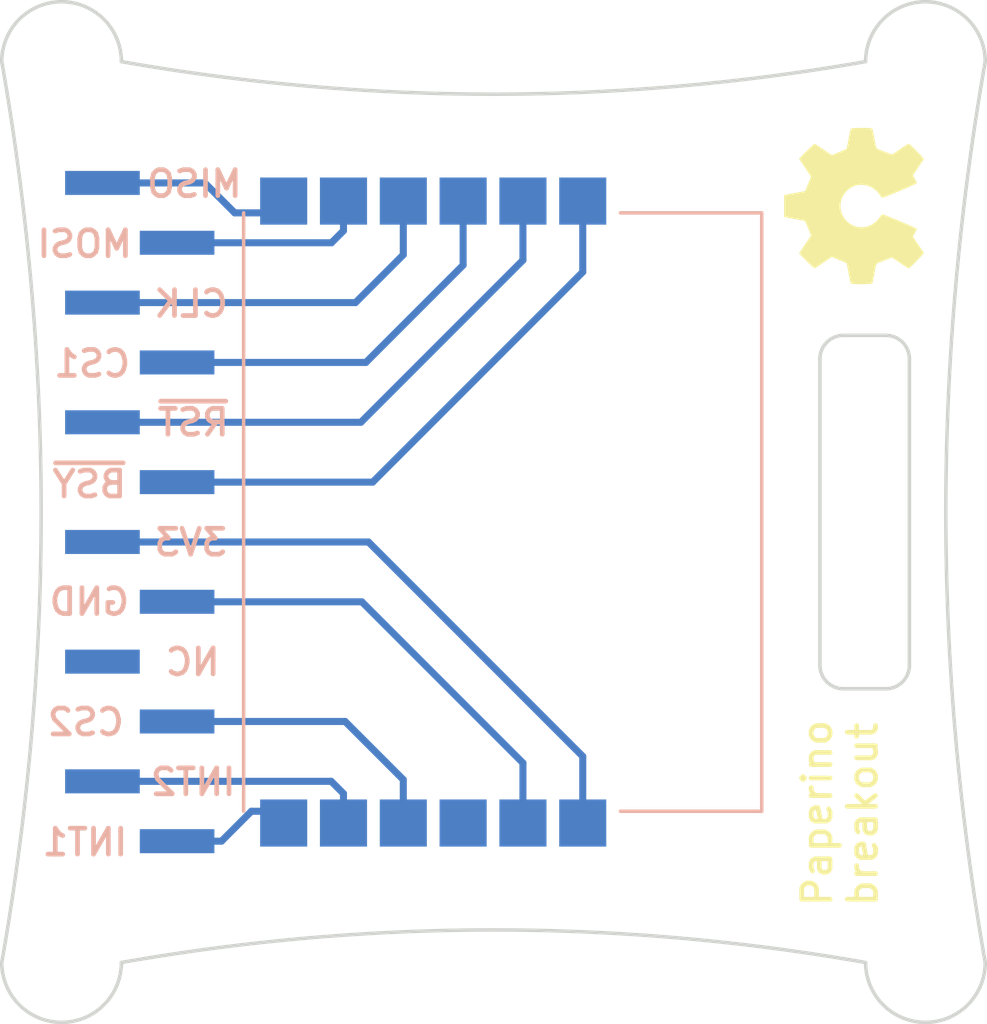
<source format=kicad_pcb>
(kicad_pcb (version 20171130) (host pcbnew "(5.1.12)-1")

  (general
    (thickness 1.6)
    (drawings 42)
    (tracks 33)
    (zones 0)
    (modules 7)
    (nets 14)
  )

  (page A4)
  (layers
    (0 F.Cu signal)
    (31 B.Cu signal)
    (32 B.Adhes user)
    (33 F.Adhes user)
    (34 B.Paste user)
    (35 F.Paste user)
    (36 B.SilkS user)
    (37 F.SilkS user)
    (38 B.Mask user)
    (39 F.Mask user)
    (40 Dwgs.User user)
    (41 Cmts.User user)
    (42 Eco1.User user)
    (43 Eco2.User user)
    (44 Edge.Cuts user)
    (45 Margin user)
    (46 B.CrtYd user)
    (47 F.CrtYd user)
    (48 B.Fab user)
    (49 F.Fab user)
  )

  (setup
    (last_trace_width 0.3)
    (trace_clearance 0.15)
    (zone_clearance 0.508)
    (zone_45_only no)
    (trace_min 0.2)
    (via_size 0.6)
    (via_drill 0.4)
    (via_min_size 0.4)
    (via_min_drill 0.3)
    (uvia_size 0.3)
    (uvia_drill 0.1)
    (uvias_allowed no)
    (uvia_min_size 0.2)
    (uvia_min_drill 0.1)
    (edge_width 0.15)
    (segment_width 0.15)
    (pcb_text_width 0.3)
    (pcb_text_size 1.5 1.5)
    (mod_edge_width 0.15)
    (mod_text_size 1 1)
    (mod_text_width 0.15)
    (pad_size 1.524 1.524)
    (pad_drill 0.762)
    (pad_to_mask_clearance 0.2)
    (aux_axis_origin 0 0)
    (visible_elements 7FFFFFFF)
    (pcbplotparams
      (layerselection 0x00030_80000001)
      (usegerberextensions false)
      (usegerberattributes true)
      (usegerberadvancedattributes true)
      (creategerberjobfile true)
      (excludeedgelayer true)
      (linewidth 0.100000)
      (plotframeref false)
      (viasonmask false)
      (mode 1)
      (useauxorigin false)
      (hpglpennumber 1)
      (hpglpenspeed 20)
      (hpglpendiameter 15.000000)
      (psnegative false)
      (psa4output false)
      (plotreference true)
      (plotvalue true)
      (plotinvisibletext false)
      (padsonsilk false)
      (subtractmaskfromsilk false)
      (outputformat 1)
      (mirror false)
      (drillshape 1)
      (scaleselection 1)
      (outputdirectory ""))
  )

  (net 0 "")
  (net 1 "Net-(A1-Pad3)")
  (net 2 "Net-(X1-Pad4)")
  (net 3 +3V3)
  (net 4 /MISO)
  (net 5 GND)
  (net 6 /CS2)
  (net 7 /INT2)
  (net 8 /INT1)
  (net 9 /MOSI)
  (net 10 /CLK)
  (net 11 /CS1)
  (net 12 /~RST)
  (net 13 /~BSY)

  (net_class Default "This is the default net class."
    (clearance 0.15)
    (trace_width 0.3)
    (via_dia 0.6)
    (via_drill 0.4)
    (uvia_dia 0.3)
    (uvia_drill 0.1)
    (add_net +3V3)
    (add_net /CLK)
    (add_net /CS1)
    (add_net /CS2)
    (add_net /INT1)
    (add_net /INT2)
    (add_net /MISO)
    (add_net /MOSI)
    (add_net /~BSY)
    (add_net /~RST)
    (add_net GND)
    (add_net "Net-(A1-Pad3)")
    (add_net "Net-(X1-Pad4)")
  )

  (module Paperino:paperino_module (layer B.Cu) (tedit 58E5DB08) (tstamp 58E4EAD0)
    (at 118.73 80.88 90)
    (path /58E4DACE)
    (fp_text reference A1 (at -11.1 12.35 90) (layer B.SilkS) hide
      (effects (font (size 1 1) (thickness 0.15)) (justify mirror))
    )
    (fp_text value paperino_module (at -6.4 -13.5 90) (layer B.Fab) hide
      (effects (font (size 1 1) (thickness 0.15)) (justify mirror))
    )
    (fp_line (start -12.7 11) (end 12.7 11) (layer B.SilkS) (width 0.15))
    (fp_line (start -12.7 -11) (end 12.7 -11) (layer B.SilkS) (width 0.15))
    (fp_line (start -12.7 11) (end -12.7 5) (layer B.SilkS) (width 0.15))
    (fp_line (start 12.7 5) (end 12.7 11) (layer B.SilkS) (width 0.15))
    (pad 1 smd rect (at -12.7 3.4 90) (size 2 2) (drill (offset -0.5 0)) (layers B.Cu B.Paste B.Mask)
      (net 3 +3V3))
    (pad 7 smd rect (at 12.7 -9.3 90) (size 2 2) (drill (offset 0.5 0)) (layers B.Cu B.Paste B.Mask)
      (net 4 /MISO))
    (pad 2 smd rect (at -12.7 0.86 90) (size 2 2) (drill (offset -0.5 0)) (layers B.Cu B.Paste B.Mask)
      (net 5 GND))
    (pad 3 smd rect (at -12.7 -1.68 90) (size 2 2) (drill (offset -0.5 0)) (layers B.Cu B.Paste B.Mask)
      (net 1 "Net-(A1-Pad3)"))
    (pad 4 smd rect (at -12.7 -4.22 90) (size 2 2) (drill (offset -0.5 0)) (layers B.Cu B.Paste B.Mask)
      (net 6 /CS2))
    (pad 5 smd rect (at -12.7 -6.76 90) (size 2 2) (drill (offset -0.5 0)) (layers B.Cu B.Paste B.Mask)
      (net 7 /INT2))
    (pad 6 smd rect (at -12.7 -9.3 90) (size 2 2) (drill (offset -0.5 0)) (layers B.Cu B.Paste B.Mask)
      (net 8 /INT1))
    (pad 8 smd rect (at 12.7 -6.76 90) (size 2 2) (drill (offset 0.5 0)) (layers B.Cu B.Paste B.Mask)
      (net 9 /MOSI))
    (pad 9 smd rect (at 12.7 -4.22 90) (size 2 2) (drill (offset 0.5 0)) (layers B.Cu B.Paste B.Mask)
      (net 10 /CLK))
    (pad 10 smd rect (at 12.7 -1.68 90) (size 2 2) (drill (offset 0.5 0)) (layers B.Cu B.Paste B.Mask)
      (net 11 /CS1))
    (pad 11 smd rect (at 12.7 0.86 90) (size 2 2) (drill (offset 0.5 0)) (layers B.Cu B.Paste B.Mask)
      (net 12 /~RST))
    (pad 12 smd rect (at 12.7 3.4 90) (size 2 2) (drill (offset 0.5 0)) (layers B.Cu B.Paste B.Mask)
      (net 13 /~BSY))
  )

  (module Paperino:mounting_hole_1.5 locked (layer F.Cu) (tedit 58D4C3AF) (tstamp 58E4EAD5)
    (at 100 100)
    (path /58E4DB75)
    (fp_text reference M1 (at -1.0541 -2.0955) (layer F.SilkS) hide
      (effects (font (size 1 1) (thickness 0.15)))
    )
    (fp_text value Mounting_hole (at 0 1.7653) (layer F.Fab) hide
      (effects (font (size 1 1) (thickness 0.15)))
    )
    (pad "" np_thru_hole circle (at 0 0) (size 1.5 1.5) (drill 1.5) (layers *.Cu *.Mask))
  )

  (module Paperino:mounting_hole_1.5 locked (layer F.Cu) (tedit 58D4C3AF) (tstamp 58E4EADA)
    (at 136.68 100)
    (path /58E4DC10)
    (fp_text reference M2 (at -1.0541 -2.0955) (layer F.SilkS) hide
      (effects (font (size 1 1) (thickness 0.15)))
    )
    (fp_text value Mounting_hole (at 0 1.7653) (layer F.Fab) hide
      (effects (font (size 1 1) (thickness 0.15)))
    )
    (pad "" np_thru_hole circle (at 0 0) (size 1.5 1.5) (drill 1.5) (layers *.Cu *.Mask))
  )

  (module Paperino:mounting_hole_1.5 locked (layer F.Cu) (tedit 58D4C3AF) (tstamp 58E4EADF)
    (at 100 61.76)
    (path /58E4DC2F)
    (fp_text reference M3 (at -1.0541 -2.0955) (layer F.SilkS) hide
      (effects (font (size 1 1) (thickness 0.15)))
    )
    (fp_text value Mounting_hole (at 0 1.7653) (layer F.Fab) hide
      (effects (font (size 1 1) (thickness 0.15)))
    )
    (pad "" np_thru_hole circle (at 0 0) (size 1.5 1.5) (drill 1.5) (layers *.Cu *.Mask))
  )

  (module Paperino:mounting_hole_1.5 locked (layer F.Cu) (tedit 58D4C3AF) (tstamp 58E4EAE4)
    (at 136.68 61.76)
    (path /58E4DC51)
    (fp_text reference M4 (at -1.0541 -2.0955) (layer F.SilkS) hide
      (effects (font (size 1 1) (thickness 0.15)))
    )
    (fp_text value Mounting_hole (at 0 1.7653) (layer F.Fab) hide
      (effects (font (size 1 1) (thickness 0.15)))
    )
    (pad "" np_thru_hole circle (at 0 0) (size 1.5 1.5) (drill 1.5) (layers *.Cu *.Mask))
  )

  (module Paperino:header_1x12_SMT (layer B.Cu) (tedit 58E5DB04) (tstamp 58E4EAF4)
    (at 103.32 80.88 90)
    (path /58E4E002)
    (fp_text reference X1 (at 0 4.91 90) (layer B.SilkS) hide
      (effects (font (size 1 1) (thickness 0.15)) (justify mirror))
    )
    (fp_text value CONN_01X12 (at 0 -5.59 90) (layer B.Fab) hide
      (effects (font (size 1 1) (thickness 0.15)) (justify mirror))
    )
    (pad 1 smd rect (at -13.97 1.5848 90) (size 1.02 3.17) (layers B.Cu B.Paste B.Mask)
      (net 8 /INT1))
    (pad 3 smd rect (at -8.89 1.5848 90) (size 1.02 3.17) (layers B.Cu B.Paste B.Mask)
      (net 6 /CS2))
    (pad 5 smd rect (at -3.81 1.5848 90) (size 1.02 3.17) (layers B.Cu B.Paste B.Mask)
      (net 5 GND))
    (pad 7 smd rect (at 1.27 1.5848 90) (size 1.02 3.17) (layers B.Cu B.Paste B.Mask)
      (net 13 /~BSY))
    (pad 9 smd rect (at 6.35 1.5848 90) (size 1.02 3.17) (layers B.Cu B.Paste B.Mask)
      (net 11 /CS1))
    (pad 11 smd rect (at 11.43 1.5848 90) (size 1.02 3.17) (layers B.Cu B.Paste B.Mask)
      (net 9 /MOSI))
    (pad 2 smd rect (at -11.43 -1.5852 90) (size 1.02 3.17) (layers B.Cu B.Paste B.Mask)
      (net 7 /INT2))
    (pad 4 smd rect (at -6.35 -1.5852 90) (size 1.02 3.17) (layers B.Cu B.Paste B.Mask)
      (net 2 "Net-(X1-Pad4)"))
    (pad 6 smd rect (at -1.27 -1.5852 90) (size 1.02 3.17) (layers B.Cu B.Paste B.Mask)
      (net 3 +3V3))
    (pad 8 smd rect (at 3.81 -1.5852 90) (size 1.02 3.17) (layers B.Cu B.Paste B.Mask)
      (net 12 /~RST))
    (pad 10 smd rect (at 8.89 -1.5852 90) (size 1.02 3.17) (layers B.Cu B.Paste B.Mask)
      (net 10 /CLK))
    (pad 12 smd rect (at 13.97 -1.5852 90) (size 1.02 3.17) (layers B.Cu B.Paste B.Mask)
      (net 4 /MISO))
  )

  (module Symbols:OSHW-Symbol_6.7x6mm_SilkScreen (layer F.Cu) (tedit 0) (tstamp 58E73F44)
    (at 133.66 67.9 90)
    (descr "Open Source Hardware Symbol")
    (tags "Logo Symbol OSHW")
    (attr virtual)
    (fp_text reference REF*** (at 0 0 90) (layer F.SilkS) hide
      (effects (font (size 1 1) (thickness 0.15)))
    )
    (fp_text value OSHW-Symbol_6.7x6mm_SilkScreen (at 0.75 0 90) (layer F.Fab) hide
      (effects (font (size 1 1) (thickness 0.15)))
    )
    (fp_poly (pts (xy 0.555814 -2.531069) (xy 0.639635 -2.086445) (xy 0.94892 -1.958947) (xy 1.258206 -1.831449)
      (xy 1.629246 -2.083754) (xy 1.733157 -2.154004) (xy 1.827087 -2.216728) (xy 1.906652 -2.269062)
      (xy 1.96747 -2.308143) (xy 2.005157 -2.331107) (xy 2.015421 -2.336058) (xy 2.03391 -2.323324)
      (xy 2.07342 -2.288118) (xy 2.129522 -2.234938) (xy 2.197787 -2.168282) (xy 2.273786 -2.092646)
      (xy 2.353092 -2.012528) (xy 2.431275 -1.932426) (xy 2.503907 -1.856836) (xy 2.566559 -1.790255)
      (xy 2.614803 -1.737182) (xy 2.64421 -1.702113) (xy 2.651241 -1.690377) (xy 2.641123 -1.66874)
      (xy 2.612759 -1.621338) (xy 2.569129 -1.552807) (xy 2.513218 -1.467785) (xy 2.448006 -1.370907)
      (xy 2.410219 -1.31565) (xy 2.341343 -1.214752) (xy 2.28014 -1.123701) (xy 2.229578 -1.04703)
      (xy 2.192628 -0.989272) (xy 2.172258 -0.954957) (xy 2.169197 -0.947746) (xy 2.176136 -0.927252)
      (xy 2.195051 -0.879487) (xy 2.223087 -0.811168) (xy 2.257391 -0.729011) (xy 2.295109 -0.63973)
      (xy 2.333387 -0.550042) (xy 2.36937 -0.466662) (xy 2.400206 -0.396306) (xy 2.423039 -0.34569)
      (xy 2.435017 -0.321529) (xy 2.435724 -0.320578) (xy 2.454531 -0.315964) (xy 2.504618 -0.305672)
      (xy 2.580793 -0.290713) (xy 2.677865 -0.272099) (xy 2.790643 -0.250841) (xy 2.856442 -0.238582)
      (xy 2.97695 -0.215638) (xy 3.085797 -0.193805) (xy 3.177476 -0.174278) (xy 3.246481 -0.158252)
      (xy 3.287304 -0.146921) (xy 3.295511 -0.143326) (xy 3.303548 -0.118994) (xy 3.310033 -0.064041)
      (xy 3.31497 0.015108) (xy 3.318364 0.112026) (xy 3.320218 0.220287) (xy 3.320538 0.333465)
      (xy 3.319327 0.445135) (xy 3.31659 0.548868) (xy 3.312331 0.638241) (xy 3.306555 0.706826)
      (xy 3.299267 0.748197) (xy 3.294895 0.75681) (xy 3.268764 0.767133) (xy 3.213393 0.781892)
      (xy 3.136107 0.799352) (xy 3.04423 0.81778) (xy 3.012158 0.823741) (xy 2.857524 0.852066)
      (xy 2.735375 0.874876) (xy 2.641673 0.89308) (xy 2.572384 0.907583) (xy 2.523471 0.919292)
      (xy 2.490897 0.929115) (xy 2.470628 0.937956) (xy 2.458626 0.946724) (xy 2.456947 0.948457)
      (xy 2.440184 0.976371) (xy 2.414614 1.030695) (xy 2.382788 1.104777) (xy 2.34726 1.191965)
      (xy 2.310583 1.285608) (xy 2.275311 1.379052) (xy 2.243996 1.465647) (xy 2.219193 1.53874)
      (xy 2.203454 1.591678) (xy 2.199332 1.617811) (xy 2.199676 1.618726) (xy 2.213641 1.640086)
      (xy 2.245322 1.687084) (xy 2.291391 1.754827) (xy 2.348518 1.838423) (xy 2.413373 1.932982)
      (xy 2.431843 1.959854) (xy 2.497699 2.057275) (xy 2.55565 2.146163) (xy 2.602538 2.221412)
      (xy 2.635207 2.27792) (xy 2.6505 2.310581) (xy 2.651241 2.314593) (xy 2.638392 2.335684)
      (xy 2.602888 2.377464) (xy 2.549293 2.435445) (xy 2.482171 2.505135) (xy 2.406087 2.582045)
      (xy 2.325604 2.661683) (xy 2.245287 2.739561) (xy 2.169699 2.811186) (xy 2.103405 2.87207)
      (xy 2.050969 2.917721) (xy 2.016955 2.94365) (xy 2.007545 2.947883) (xy 1.985643 2.937912)
      (xy 1.9408 2.91102) (xy 1.880321 2.871736) (xy 1.833789 2.840117) (xy 1.749475 2.782098)
      (xy 1.649626 2.713784) (xy 1.549473 2.645579) (xy 1.495627 2.609075) (xy 1.313371 2.4858)
      (xy 1.160381 2.56852) (xy 1.090682 2.604759) (xy 1.031414 2.632926) (xy 0.991311 2.648991)
      (xy 0.981103 2.651226) (xy 0.968829 2.634722) (xy 0.944613 2.588082) (xy 0.910263 2.515609)
      (xy 0.867588 2.421606) (xy 0.818394 2.310374) (xy 0.76449 2.186215) (xy 0.707684 2.053432)
      (xy 0.649782 1.916327) (xy 0.592593 1.779202) (xy 0.537924 1.646358) (xy 0.487584 1.522098)
      (xy 0.44338 1.410725) (xy 0.407119 1.316539) (xy 0.380609 1.243844) (xy 0.365658 1.196941)
      (xy 0.363254 1.180833) (xy 0.382311 1.160286) (xy 0.424036 1.126933) (xy 0.479706 1.087702)
      (xy 0.484378 1.084599) (xy 0.628264 0.969423) (xy 0.744283 0.835053) (xy 0.83143 0.685784)
      (xy 0.888699 0.525913) (xy 0.915086 0.359737) (xy 0.909585 0.191552) (xy 0.87119 0.025655)
      (xy 0.798895 -0.133658) (xy 0.777626 -0.168513) (xy 0.666996 -0.309263) (xy 0.536302 -0.422286)
      (xy 0.390064 -0.506997) (xy 0.232808 -0.562806) (xy 0.069057 -0.589126) (xy -0.096667 -0.58537)
      (xy -0.259838 -0.55095) (xy -0.415935 -0.485277) (xy -0.560433 -0.387765) (xy -0.605131 -0.348187)
      (xy -0.718888 -0.224297) (xy -0.801782 -0.093876) (xy -0.858644 0.052315) (xy -0.890313 0.197088)
      (xy -0.898131 0.35986) (xy -0.872062 0.52344) (xy -0.814755 0.682298) (xy -0.728856 0.830906)
      (xy -0.617014 0.963735) (xy -0.481877 1.075256) (xy -0.464117 1.087011) (xy -0.40785 1.125508)
      (xy -0.365077 1.158863) (xy -0.344628 1.18016) (xy -0.344331 1.180833) (xy -0.348721 1.203871)
      (xy -0.366124 1.256157) (xy -0.394732 1.33339) (xy -0.432735 1.431268) (xy -0.478326 1.545491)
      (xy -0.529697 1.671758) (xy -0.585038 1.805767) (xy -0.642542 1.943218) (xy -0.700399 2.079808)
      (xy -0.756802 2.211237) (xy -0.809942 2.333205) (xy -0.85801 2.441409) (xy -0.899199 2.531549)
      (xy -0.931699 2.599323) (xy -0.953703 2.64043) (xy -0.962564 2.651226) (xy -0.98964 2.642819)
      (xy -1.040303 2.620272) (xy -1.105817 2.587613) (xy -1.141841 2.56852) (xy -1.294832 2.4858)
      (xy -1.477088 2.609075) (xy -1.570125 2.672228) (xy -1.671985 2.741727) (xy -1.767438 2.807165)
      (xy -1.81525 2.840117) (xy -1.882495 2.885273) (xy -1.939436 2.921057) (xy -1.978646 2.942938)
      (xy -1.991381 2.947563) (xy -2.009917 2.935085) (xy -2.050941 2.900252) (xy -2.110475 2.846678)
      (xy -2.184542 2.777983) (xy -2.269165 2.697781) (xy -2.322685 2.646286) (xy -2.416319 2.554286)
      (xy -2.497241 2.471999) (xy -2.562177 2.402945) (xy -2.607858 2.350644) (xy -2.631011 2.318616)
      (xy -2.633232 2.312116) (xy -2.622924 2.287394) (xy -2.594439 2.237405) (xy -2.550937 2.167212)
      (xy -2.495577 2.081875) (xy -2.43152 1.986456) (xy -2.413303 1.959854) (xy -2.346927 1.863167)
      (xy -2.287378 1.776117) (xy -2.237984 1.703595) (xy -2.202075 1.650493) (xy -2.182981 1.621703)
      (xy -2.181136 1.618726) (xy -2.183895 1.595782) (xy -2.198538 1.545336) (xy -2.222513 1.474041)
      (xy -2.253266 1.388547) (xy -2.288244 1.295507) (xy -2.324893 1.201574) (xy -2.360661 1.113399)
      (xy -2.392994 1.037634) (xy -2.419338 0.980931) (xy -2.437142 0.949943) (xy -2.438407 0.948457)
      (xy -2.449294 0.939601) (xy -2.467682 0.930843) (xy -2.497606 0.921277) (xy -2.543103 0.909996)
      (xy -2.608209 0.896093) (xy -2.696961 0.878663) (xy -2.813393 0.856798) (xy -2.961542 0.829591)
      (xy -2.993618 0.823741) (xy -3.088686 0.805374) (xy -3.171565 0.787405) (xy -3.23493 0.771569)
      (xy -3.271458 0.7596) (xy -3.276356 0.75681) (xy -3.284427 0.732072) (xy -3.290987 0.67679)
      (xy -3.296033 0.597389) (xy -3.299559 0.500296) (xy -3.301561 0.391938) (xy -3.302036 0.27874)
      (xy -3.300977 0.167128) (xy -3.298382 0.063529) (xy -3.294246 -0.025632) (xy -3.288563 -0.093928)
      (xy -3.281331 -0.134934) (xy -3.276971 -0.143326) (xy -3.252698 -0.151792) (xy -3.197426 -0.165565)
      (xy -3.116662 -0.18345) (xy -3.015912 -0.204252) (xy -2.900683 -0.226777) (xy -2.837902 -0.238582)
      (xy -2.718787 -0.260849) (xy -2.612565 -0.281021) (xy -2.524427 -0.298085) (xy -2.459566 -0.311031)
      (xy -2.423174 -0.318845) (xy -2.417184 -0.320578) (xy -2.407061 -0.34011) (xy -2.385662 -0.387157)
      (xy -2.355839 -0.454997) (xy -2.320445 -0.536909) (xy -2.282332 -0.626172) (xy -2.244353 -0.716065)
      (xy -2.20936 -0.799865) (xy -2.180206 -0.870853) (xy -2.159743 -0.922306) (xy -2.150823 -0.947503)
      (xy -2.150657 -0.948604) (xy -2.160769 -0.968481) (xy -2.189117 -1.014223) (xy -2.232723 -1.081283)
      (xy -2.288606 -1.165116) (xy -2.353787 -1.261174) (xy -2.391679 -1.31635) (xy -2.460725 -1.417519)
      (xy -2.52205 -1.50937) (xy -2.572663 -1.587256) (xy -2.609571 -1.646531) (xy -2.629782 -1.682549)
      (xy -2.632701 -1.690623) (xy -2.620153 -1.709416) (xy -2.585463 -1.749543) (xy -2.533063 -1.806507)
      (xy -2.467384 -1.875815) (xy -2.392856 -1.952969) (xy -2.313913 -2.033475) (xy -2.234983 -2.112837)
      (xy -2.1605 -2.18656) (xy -2.094894 -2.250148) (xy -2.042596 -2.299106) (xy -2.008039 -2.328939)
      (xy -1.996478 -2.336058) (xy -1.977654 -2.326047) (xy -1.932631 -2.297922) (xy -1.865787 -2.254546)
      (xy -1.781499 -2.198782) (xy -1.684144 -2.133494) (xy -1.610707 -2.083754) (xy -1.239667 -1.831449)
      (xy -0.621095 -2.086445) (xy -0.537275 -2.531069) (xy -0.453454 -2.975693) (xy 0.471994 -2.975693)
      (xy 0.555814 -2.531069)) (layer F.SilkS) (width 0.01))
  )

  (gr_text "Paperino\nbreakout" (at 133.05 97.73 90) (layer F.SilkS)
    (effects (font (size 1.2 1.2) (thickness 0.2)) (justify left))
  )
  (gr_text MISO (at 105.64 66.95) (layer B.SilkS) (tstamp 58E7383A)
    (effects (font (size 1.1 1.1) (thickness 0.2)) (justify mirror))
  )
  (gr_text MOSI (at 100.98 69.5) (layer B.SilkS) (tstamp 58E7382E)
    (effects (font (size 1.1 1.1) (thickness 0.2)) (justify mirror))
  )
  (gr_text CLK (at 105.5 72.04) (layer B.SilkS) (tstamp 58E73816)
    (effects (font (size 1.1 1.1) (thickness 0.2)) (justify mirror))
  )
  (gr_text CS1 (at 101.3 74.58) (layer B.SilkS) (tstamp 58E73808)
    (effects (font (size 1.1 1.1) (thickness 0.2)) (justify mirror))
  )
  (gr_text ~RST (at 105.59 77.08) (layer B.SilkS) (tstamp 58E737FB)
    (effects (font (size 1.1 1.1) (thickness 0.2)) (justify mirror))
  )
  (gr_text ~BSY (at 101.18 79.7) (layer B.SilkS) (tstamp 58E737ED)
    (effects (font (size 1.1 1.1) (thickness 0.2)) (justify mirror))
  )
  (gr_text 3V3 (at 105.48 82.17) (layer B.SilkS) (tstamp 58E737D5)
    (effects (font (size 1.1 1.1) (thickness 0.2)) (justify mirror))
  )
  (gr_text GND (at 101.18 84.69) (layer B.SilkS) (tstamp 58E737A7)
    (effects (font (size 1.1 1.1) (thickness 0.2)) (justify mirror))
  )
  (gr_text NC (at 105.57 87.25) (layer B.SilkS) (tstamp 58E7379C)
    (effects (font (size 1.1 1.1) (thickness 0.2)) (justify mirror))
  )
  (gr_text CS2 (at 101.03 89.8) (layer B.SilkS) (tstamp 58E7378C)
    (effects (font (size 1.1 1.1) (thickness 0.2)) (justify mirror))
  )
  (gr_text INT2 (at 105.59 92.34) (layer B.SilkS) (tstamp 58E7374D)
    (effects (font (size 1.1 1.1) (thickness 0.2)) (justify mirror))
  )
  (gr_text INT1 (at 100.99 94.9) (layer B.SilkS)
    (effects (font (size 1.1 1.1) (thickness 0.2)) (justify mirror))
  )
  (gr_text "z-axis milling\ntop side\n-0,8 mm" (at 117.33 80.85) (layer Eco1.User)
    (effects (font (size 1.5 1.5) (thickness 0.3)))
  )
  (gr_line (start 104.4 66.6) (end 104.4 95.16) (layer Eco1.User) (width 0.15))
  (gr_arc (start 105.4 66.6) (end 104.4 66.6) (angle 90) (layer Eco1.User) (width 0.15) (tstamp 58E5ECE9))
  (gr_arc (start 105.4 95.16) (end 105.4 96.16) (angle 90) (layer Eco1.User) (width 0.15) (tstamp 58E5ECD0))
  (gr_line (start 126.92 65.6) (end 105.4 65.6) (layer Eco1.User) (width 0.15) (tstamp 58E5EC77))
  (gr_line (start 126.92 96.16) (end 105.4 96.16) (layer Eco1.User) (width 0.15))
  (gr_arc (start 126.92 66.6) (end 127.92 66.6) (angle -90) (layer Eco1.User) (width 0.15) (tstamp 58E5EBE2))
  (gr_arc (start 126.92 95.16) (end 127.92 95.16) (angle 90) (layer Eco1.User) (width 0.15))
  (gr_line (start 127.92 73.38) (end 127.92 66.6) (layer Eco1.User) (width 0.15) (tstamp 58E5EB7E))
  (gr_line (start 127.92 88.38) (end 127.92 95.16) (layer Eco1.User) (width 0.15))
  (gr_line (start 133.7 73.38) (end 127.92 73.38) (layer Eco1.User) (width 0.15) (tstamp 58E5EAFE))
  (gr_line (start 133.7 88.38) (end 127.92 88.38) (layer Eco1.User) (width 0.15))
  (gr_line (start 133.7 73.38) (end 133.7 88.38) (layer Eco1.User) (width 0.15))
  (gr_line (start 133.2 88.38) (end 135 88.38) (layer Edge.Cuts) (width 0.15) (tstamp 58E5E8A6))
  (gr_arc (start 135 87.38) (end 136 87.38) (angle 90) (layer Edge.Cuts) (width 0.15) (tstamp 58E5E889))
  (gr_arc (start 133.2 87.38) (end 133.2 88.38) (angle 90) (layer Edge.Cuts) (width 0.15) (tstamp 58E5E876))
  (gr_line (start 133.2 73.38) (end 135 73.38) (layer Edge.Cuts) (width 0.15))
  (gr_arc (start 135 74.38) (end 135 73.38) (angle 90) (layer Edge.Cuts) (width 0.15) (tstamp 58E5E731))
  (gr_arc (start 133.2 74.38) (end 132.2 74.38) (angle 90) (layer Edge.Cuts) (width 0.15))
  (gr_line (start 132.2 87.38) (end 132.2 74.38) (layer Edge.Cuts) (width 0.15) (tstamp 58E5E6D9))
  (gr_line (start 136 87.38) (end 136 74.38) (layer Edge.Cuts) (width 0.15))
  (gr_arc (start 247.654994 80.880031) (end 139.22 100) (angle 19.9999845) (layer Edge.Cuts) (width 0.15) (tstamp 58E5DF08))
  (gr_arc (start -10.975 80.88) (end 97.46 61.76) (angle 20) (layer Edge.Cuts) (width 0.15))
  (gr_arc (start 118.34 -27.845) (end 134.14 61.76) (angle 20) (layer Edge.Cuts) (width 0.15) (tstamp 58E5DC16))
  (gr_arc (start 118.34 189.605) (end 102.54 100) (angle 20) (layer Edge.Cuts) (width 0.15))
  (gr_arc (start 136.68 61.76) (end 134.14 61.76) (angle 180) (layer Edge.Cuts) (width 0.15) (tstamp 58E4ECAB))
  (gr_arc (start 100 61.76) (end 97.46 61.76) (angle 180) (layer Edge.Cuts) (width 0.15) (tstamp 58E4EC68))
  (gr_arc (start 136.68 100) (end 139.22 100) (angle 180) (layer Edge.Cuts) (width 0.15) (tstamp 58E4EC44))
  (gr_arc (start 100 100) (end 102.54 100) (angle 180) (layer Edge.Cuts) (width 0.15))

  (segment (start 122.13 91.25) (end 113.03 82.15) (width 0.3) (layer B.Cu) (net 3))
  (segment (start 113.03 82.15) (end 101.7348 82.15) (width 0.3) (layer B.Cu) (net 3))
  (segment (start 122.13 93.58) (end 122.13 91.25) (width 0.3) (layer B.Cu) (net 3))
  (segment (start 107.35 68.18) (end 106.08 66.91) (width 0.3) (layer B.Cu) (net 4))
  (segment (start 106.08 66.91) (end 101.7348 66.91) (width 0.3) (layer B.Cu) (net 4))
  (segment (start 109.43 68.18) (end 107.35 68.18) (width 0.3) (layer B.Cu) (net 4))
  (segment (start 119.59 91.53) (end 112.75 84.69) (width 0.3) (layer B.Cu) (net 5))
  (segment (start 112.75 84.69) (end 104.9048 84.69) (width 0.3) (layer B.Cu) (net 5))
  (segment (start 119.59 93.58) (end 119.59 91.53) (width 0.3) (layer B.Cu) (net 5))
  (segment (start 114.51 92.24) (end 112.04 89.77) (width 0.3) (layer B.Cu) (net 6))
  (segment (start 112.04 89.77) (end 104.9048 89.77) (width 0.3) (layer B.Cu) (net 6))
  (segment (start 114.51 93.58) (end 114.51 92.24) (width 0.3) (layer B.Cu) (net 6))
  (segment (start 111.45 92.31) (end 111.97 92.83) (width 0.3) (layer B.Cu) (net 7))
  (segment (start 111.97 92.83) (end 111.97 93.58) (width 0.3) (layer B.Cu) (net 7))
  (segment (start 101.7348 92.31) (end 111.45 92.31) (width 0.3) (layer B.Cu) (net 7))
  (segment (start 104.9048 94.85) (end 106.7898 94.85) (width 0.3) (layer B.Cu) (net 8))
  (segment (start 106.7898 94.85) (end 108.0598 93.58) (width 0.3) (layer B.Cu) (net 8))
  (segment (start 108.0598 93.58) (end 109.43 93.58) (width 0.3) (layer B.Cu) (net 8))
  (segment (start 111.46 69.45) (end 111.97 68.94) (width 0.3) (layer B.Cu) (net 9))
  (segment (start 111.97 68.94) (end 111.97 68.18) (width 0.3) (layer B.Cu) (net 9))
  (segment (start 104.9048 69.45) (end 111.46 69.45) (width 0.3) (layer B.Cu) (net 9))
  (segment (start 112.48 71.99) (end 114.51 69.96) (width 0.3) (layer B.Cu) (net 10))
  (segment (start 114.51 69.96) (end 114.51 68.18) (width 0.3) (layer B.Cu) (net 10))
  (segment (start 101.7348 71.99) (end 112.48 71.99) (width 0.3) (layer B.Cu) (net 10))
  (segment (start 117.05 70.4) (end 112.92 74.53) (width 0.3) (layer B.Cu) (net 11))
  (segment (start 112.92 74.53) (end 104.9048 74.53) (width 0.3) (layer B.Cu) (net 11))
  (segment (start 117.05 68.18) (end 117.05 70.4) (width 0.3) (layer B.Cu) (net 11))
  (segment (start 112.71 77.07) (end 119.59 70.19) (width 0.3) (layer B.Cu) (net 12))
  (segment (start 119.59 70.19) (end 119.59 68.18) (width 0.3) (layer B.Cu) (net 12))
  (segment (start 101.7348 77.07) (end 112.71 77.07) (width 0.3) (layer B.Cu) (net 12))
  (segment (start 113.21 79.61) (end 122.13 70.69) (width 0.3) (layer B.Cu) (net 13))
  (segment (start 122.13 70.69) (end 122.13 68.18) (width 0.3) (layer B.Cu) (net 13))
  (segment (start 104.9048 79.61) (end 113.21 79.61) (width 0.3) (layer B.Cu) (net 13))

)

</source>
